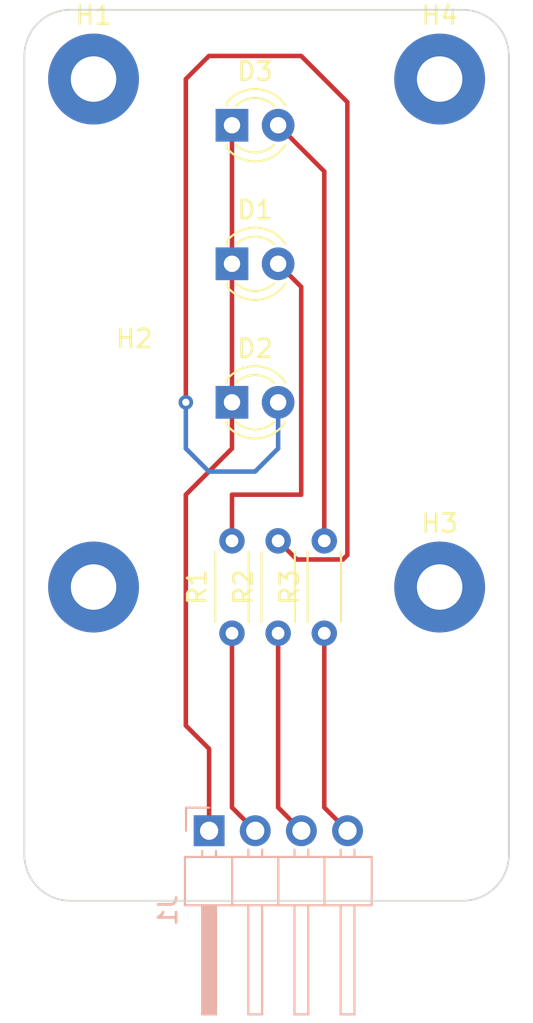
<source format=kicad_pcb>
(kicad_pcb (version 20211014) (generator pcbnew)
  (layers (0 "F.Cu" signal) (31 "B.Cu" signal) (34 "B.Paste" user) (35 "F.Paste" user) (36 "B.SilkS" user "B.Silkscreen") (37 "F.SilkS" user "F.Silkscreen") (38 "B.Mask" user) (39 "F.Mask" user) (44 "Edge.Cuts" user))
  (net 0 "")
  (net 1 "Net-(D1-Pad1)")
  (net 2 "Net-(D1-Pad2)")
  (net 3 "Net-(D2-Pad2)")
  (net 4 "Net-(D3-Pad2)")
  (net 5 "Net-(J1-Pad2)")
  (net 6 "Net-(J1-Pad3)")
  (net 7 "Net-(J1-Pad4)")
  (footprint "MountingHole:MountingHole_2.5mm_Pad" (layer "F.Cu") (at 158.75 83.82)
    (fp_text reference "H3" (at 0 -3.5) (layer "F.SilkS"))
    (fp_text value "MountingHole")
    (pad "1" thru_hole circle locked (at 0 0) (size 5 5) (drill 2.5) (layers *.Cu *.Mask))
  )
  (footprint "Resistor_THT:R_Axial_DIN0204_L3.6mm_D1.6mm_P5.08mm_Horizontal" (layer "F.Cu") (at 152.4 86.36 90)
    (fp_text reference "R3" (at 2.54 -1.92 90) (layer "F.SilkS"))
    (fp_text value "R")
    (fp_line (start 0.62 -0.92) (end 4.46 -0.92) (layer "F.SilkS") (width 0.12))
    (fp_line (start 0.62 0.92) (end 4.46 0.92) (layer "F.SilkS") (width 0.12))
    (pad "1" thru_hole circle locked (at 0 0 90) (size 1.4 1.4) (drill 0.7) (layers *.Cu *.Mask) (net 7 "Net-(J1-Pad4)"))
    (pad "2" thru_hole oval locked (at 5.08 0 90) (size 1.4 1.4) (drill 0.7) (layers *.Cu *.Mask) (net 4 "Net-(D3-Pad2)"))
  )
  (footprint "Resistor_THT:R_Axial_DIN0204_L3.6mm_D1.6mm_P5.08mm_Horizontal" (layer "F.Cu") (at 147.32 86.36 90)
    (fp_text reference "R1" (at 2.54 -1.92 90) (layer "F.SilkS"))
    (fp_text value "R")
    (fp_line (start 0.62 -0.92) (end 4.46 -0.92) (layer "F.SilkS") (width 0.12))
    (fp_line (start 0.62 0.92) (end 4.46 0.92) (layer "F.SilkS") (width 0.12))
    (pad "1" thru_hole circle locked (at 0 0 90) (size 1.4 1.4) (drill 0.7) (layers *.Cu *.Mask) (net 5 "Net-(J1-Pad2)"))
    (pad "2" thru_hole oval locked (at 5.08 0 90) (size 1.4 1.4) (drill 0.7) (layers *.Cu *.Mask) (net 2 "Net-(D1-Pad2)"))
  )
  (footprint "MountingHole:MountingHole_2.5mm_Pad" (layer "F.Cu") (at 139.7 55.88)
    (fp_text reference "H1" (at 0 -3.5) (layer "F.SilkS"))
    (fp_text value "MountingHole")
    (pad "1" thru_hole circle locked (at 0 0) (size 5 5) (drill 2.5) (layers *.Cu *.Mask))
  )
  (footprint "LED_THT:LED_D3.0mm" (layer "F.Cu") (at 147.32 66.04)
    (fp_text reference "D1" (at 1.27 -2.96) (layer "F.SilkS"))
    (fp_text value "LED")
    (fp_line (start -0.29 1.08) (end -0.29 1.236) (layer "F.SilkS") (width 0.12))
    (fp_line (start -0.29 -1.236) (end -0.29 -1.08) (layer "F.SilkS") (width 0.12))
    (fp_arc (start 2.31113 1.079837) (mid 1.270117 1.5) (end 0.229039 1.08) (layer "F.SilkS") (width 0.12))
    (fp_arc (start 2.942335 1.078608) (mid 1.366487 1.987659) (end -0.29 1.235516) (layer "F.SilkS") (width 0.12))
    (fp_arc (start 0.229039 -1.08) (mid 1.270117 -1.5) (end 2.31113 -1.079837) (layer "F.SilkS") (width 0.12))
    (fp_arc (start -0.29 -1.235516) (mid 1.366487 -1.987659) (end 2.942335 -1.078608) (layer "F.SilkS") (width 0.12))
    (pad "1" thru_hole rect locked (at 0 0) (size 1.8 1.8) (drill 0.9) (layers *.Cu *.Mask) (net 1 "Net-(D1-Pad1)"))
    (pad "2" thru_hole circle locked (at 2.54 0) (size 1.8 1.8) (drill 0.9) (layers *.Cu *.Mask) (net 2 "Net-(D1-Pad2)"))
  )
  (footprint "LED_THT:LED_D3.0mm" (layer "F.Cu") (at 147.32 73.66)
    (fp_text reference "D2" (at 1.27 -2.96) (layer "F.SilkS"))
    (fp_text value "LED")
    (fp_line (start -0.29 1.08) (end -0.29 1.236) (layer "F.SilkS") (width 0.12))
    (fp_line (start -0.29 -1.236) (end -0.29 -1.08) (layer "F.SilkS") (width 0.12))
    (fp_arc (start 0.229039 -1.08) (mid 1.270117 -1.5) (end 2.31113 -1.079837) (layer "F.SilkS") (width 0.12))
    (fp_arc (start -0.29 -1.235516) (mid 1.366487 -1.987659) (end 2.942335 -1.078608) (layer "F.SilkS") (width 0.12))
    (fp_arc (start 2.31113 1.079837) (mid 1.270117 1.5) (end 0.229039 1.08) (layer "F.SilkS") (width 0.12))
    (fp_arc (start 2.942335 1.078608) (mid 1.366487 1.987659) (end -0.29 1.235516) (layer "F.SilkS") (width 0.12))
    (pad "1" thru_hole rect locked (at 0 0) (size 1.8 1.8) (drill 0.9) (layers *.Cu *.Mask) (net 1 "Net-(D1-Pad1)"))
    (pad "2" thru_hole circle locked (at 2.54 0) (size 1.8 1.8) (drill 0.9) (layers *.Cu *.Mask) (net 3 "Net-(D2-Pad2)"))
  )
  (footprint "MountingHole:MountingHole_2.5mm_Pad" (layer "F.Cu") (at 139.7 83.82)
    (fp_text reference "H2" (at 2.24 -13.66) (layer "F.SilkS"))
    (fp_text value "MountingHole")
    (pad "1" thru_hole circle locked (at 0 0) (size 5 5) (drill 2.5) (layers *.Cu *.Mask))
  )
  (footprint "MountingHole:MountingHole_2.5mm_Pad" (layer "F.Cu") (at 158.75 55.88)
    (fp_text reference "H4" (at 0 -3.5) (layer "F.SilkS"))
    (fp_text value "MountingHole")
    (pad "1" thru_hole circle locked (at 0 0) (size 5 5) (drill 2.5) (layers *.Cu *.Mask))
  )
  (footprint "LED_THT:LED_D3.0mm" (layer "F.Cu") (at 147.32 58.42)
    (fp_text reference "D3" (at 1.27 -2.96) (layer "F.SilkS"))
    (fp_text value "LED")
    (fp_line (start -0.29 -1.236) (end -0.29 -1.08) (layer "F.SilkS") (width 0.12))
    (fp_line (start -0.29 1.08) (end -0.29 1.236) (layer "F.SilkS") (width 0.12))
    (fp_arc (start 2.942335 1.078608) (mid 1.366487 1.987659) (end -0.29 1.235516) (layer "F.SilkS") (width 0.12))
    (fp_arc (start -0.29 -1.235516) (mid 1.366487 -1.987659) (end 2.942335 -1.078608) (layer "F.SilkS") (width 0.12))
    (fp_arc (start 0.229039 -1.08) (mid 1.270117 -1.5) (end 2.31113 -1.079837) (layer "F.SilkS") (width 0.12))
    (fp_arc (start 2.31113 1.079837) (mid 1.270117 1.5) (end 0.229039 1.08) (layer "F.SilkS") (width 0.12))
    (pad "1" thru_hole rect locked (at 0 0) (size 1.8 1.8) (drill 0.9) (layers *.Cu *.Mask) (net 1 "Net-(D1-Pad1)"))
    (pad "2" thru_hole circle locked (at 2.54 0) (size 1.8 1.8) (drill 0.9) (layers *.Cu *.Mask) (net 4 "Net-(D3-Pad2)"))
  )
  (footprint "Resistor_THT:R_Axial_DIN0204_L3.6mm_D1.6mm_P5.08mm_Horizontal" (layer "F.Cu") (at 149.86 86.36 90)
    (fp_text reference "R2" (at 2.54 -1.92 90) (layer "F.SilkS"))
    (fp_text value "R")
    (fp_line (start 0.62 -0.92) (end 4.46 -0.92) (layer "F.SilkS") (width 0.12))
    (fp_line (start 0.62 0.92) (end 4.46 0.92) (layer "F.SilkS") (width 0.12))
    (pad "1" thru_hole circle locked (at 0 0 90) (size 1.4 1.4) (drill 0.7) (layers *.Cu *.Mask) (net 6 "Net-(J1-Pad3)"))
    (pad "2" thru_hole oval locked (at 5.08 0 90) (size 1.4 1.4) (drill 0.7) (layers *.Cu *.Mask) (net 3 "Net-(D2-Pad2)"))
  )
  (footprint "Connector_PinHeader_2.54mm:PinHeader_1x04_P2.54mm_Horizontal" (layer "B.Cu") (at 146.06 97.225 -90)
    (fp_text reference "J1" (at 4.385 2.27 90) (layer "B.SilkS") (effects (justify mirror)))
    (fp_text value "Conn_01x04")
    (fp_line (start 1.44 1.33) (end 1.44 -8.95) (layer "B.SilkS") (width 0.12))
    (fp_line (start 10.1 -2.92) (end 4.1 -2.92) (layer "B.SilkS") (width 0.12))
    (fp_line (start 4.1 0.2) (end 10.1 0.2) (layer "B.SilkS") (width 0.12))
    (fp_line (start 4.1 0.32) (end 10.1 0.32) (layer "B.SilkS") (width 0.12))
    (fp_line (start 4.1 0.38) (end 10.1 0.38) (layer "B.SilkS") (width 0.12))
    (fp_line (start -1.27 0) (end -1.27 1.27) (layer "B.SilkS") (width 0.12))
    (fp_line (start 4.1 -2.16) (end 10.1 -2.16) (layer "B.SilkS") (width 0.12))
    (fp_line (start 1.042929 -5.46) (end 1.44 -5.46) (layer "B.SilkS") (width 0.12))
    (fp_line (start 4.1 1.33) (end 1.44 1.33) (layer "B.SilkS") (width 0.12))
    (fp_line (start 1.042929 -7.24) (end 1.44 -7.24) (layer "B.SilkS") (width 0.12))
    (fp_line (start 1.042929 -8) (end 1.44 -8) (layer "B.SilkS") (width 0.12))
    (fp_line (start 4.1 -7.24) (end 10.1 -7.24) (layer "B.SilkS") (width 0.12))
    (fp_line (start 1.44 -3.81) (end 4.1 -3.81) (layer "B.SilkS") (width 0.12))
    (fp_line (start 1.11 -0.38) (end 1.44 -0.38) (layer "B.SilkS") (width 0.12))
    (fp_line (start 1.042929 -2.92) (end 1.44 -2.92) (layer "B.SilkS") (width 0.12))
    (fp_line (start -1.27 1.27) (end 0 1.27) (layer "B.SilkS") (width 0.12))
    (fp_line (start 4.1 -0.04) (end 10.1 -0.04) (layer "B.SilkS") (width 0.12))
    (fp_line (start 10.1 -7.24) (end 10.1 -8) (layer "B.SilkS") (width 0.12))
    (fp_line (start 1.042929 -4.7) (end 1.44 -4.7) (layer "B.SilkS") (width 0.12))
    (fp_line (start 4.1 -8.95) (end 4.1 1.33) (layer "B.SilkS") (width 0.12))
    (fp_line (start 4.1 -0.28) (end 10.1 -0.28) (layer "B.SilkS") (width 0.12))
    (fp_line (start 10.1 -4.7) (end 10.1 -5.46) (layer "B.SilkS") (width 0.12))
    (fp_line (start 4.1 0.08) (end 10.1 0.08) (layer "B.SilkS") (width 0.12))
    (fp_line (start 10.1 0.38) (end 10.1 -0.38) (layer "B.SilkS") (width 0.12))
    (fp_line (start 1.44 -1.27) (end 4.1 -1.27) (layer "B.SilkS") (width 0.12))
    (fp_line (start 1.042929 -2.16) (end 1.44 -2.16) (layer "B.SilkS") (width 0.12))
    (fp_line (start 1.44 -8.95) (end 4.1 -8.95) (layer "B.SilkS") (width 0.12))
    (fp_line (start 1.11 0.38) (end 1.44 0.38) (layer "B.SilkS") (width 0.12))
    (fp_line (start 1.44 -6.35) (end 4.1 -6.35) (layer "B.SilkS") (width 0.12))
    (fp_line (start 10.1 -0.38) (end 4.1 -0.38) (layer "B.SilkS") (width 0.12))
    (fp_line (start 10.1 -5.46) (end 4.1 -5.46) (layer "B.SilkS") (width 0.12))
    (fp_line (start 10.1 -8) (end 4.1 -8) (layer "B.SilkS") (width 0.12))
    (fp_line (start 4.1 -0.16) (end 10.1 -0.16) (layer "B.SilkS") (width 0.12))
    (fp_line (start 4.1 -4.7) (end 10.1 -4.7) (layer "B.SilkS") (width 0.12))
    (fp_line (start 10.1 -2.16) (end 10.1 -2.92) (layer "B.SilkS") (width 0.12))
    (pad "1" thru_hole rect locked (at 0 0 270) (size 1.7 1.7) (drill 1) (layers *.Cu *.Mask) (net 1 "Net-(D1-Pad1)"))
    (pad "2" thru_hole oval locked (at 0 -2.54 270) (size 1.7 1.7) (drill 1) (layers *.Cu *.Mask) (net 5 "Net-(J1-Pad2)"))
    (pad "3" thru_hole oval locked (at 0 -5.08 270) (size 1.7 1.7) (drill 1) (layers *.Cu *.Mask) (net 6 "Net-(J1-Pad3)"))
    (pad "4" thru_hole oval locked (at 0 -7.62 270) (size 1.7 1.7) (drill 1) (layers *.Cu *.Mask) (net 7 "Net-(J1-Pad4)"))
  )
  (gr_arc (start 160.02 52.07) (mid 161.816051 52.813949) (end 162.56 54.61) (layer "Edge.Cuts") (width 0.1))
  (gr_arc (start 162.56 98.533949) (mid 161.816051 100.33) (end 160.02 101.073949) (layer "Edge.Cuts") (width 0.1))
  (gr_line (start 162.56 54.61) (end 162.56 98.533949) (layer "Edge.Cuts") (width 0.1))
  (gr_line (start 160.02 101.073949) (end 138.43 101.073949) (layer "Edge.Cuts") (width 0.1))
  (gr_arc (start 135.89 54.61) (mid 136.633949 52.813949) (end 138.43 52.07) (layer "Edge.Cuts") (width 0.1))
  (gr_arc (start 138.43 101.073949) (mid 136.633949 100.33) (end 135.89 98.533949) (layer "Edge.Cuts") (width 0.1))
  (gr_line (start 135.89 98.533949) (end 135.89 54.61) (layer "Edge.Cuts") (width 0.1))
  (gr_line (start 138.43 52.07) (end 160.02 52.07) (layer "Edge.Cuts") (width 0.1))
  (segment (start 144.78 78.74) (end 144.78 91.44) (width 0.25) (layer "F.Cu") (net 1))
  (segment (start 147.32 58.42) (end 147.32 66.04) (width 0.25) (layer "F.Cu") (net 1))
  (segment (start 146.06 92.72) (end 146.06 97.225) (width 0.25) (layer "F.Cu") (net 1))
  (segment (start 147.32 73.66) (end 147.32 76.2) (width 0.25) (layer "F.Cu") (net 1))
  (segment (start 144.78 91.44) (end 146.06 92.72) (width 0.25) (layer "F.Cu") (net 1))
  (segment (start 147.32 76.2) (end 144.78 78.74) (width 0.25) (layer "F.Cu") (net 1))
  (segment (start 147.32 66.04) (end 147.32 73.66) (width 0.25) (layer "F.Cu") (net 1))
  (segment (start 151.13 67.31) (end 149.86 66.04) (width 0.25) (layer "F.Cu") (net 2))
  (segment (start 151.13 78.74) (end 151.13 67.31) (width 0.25) (layer "F.Cu") (net 2))
  (segment (start 147.32 81.28) (end 147.32 78.74) (width 0.25) (layer "F.Cu") (net 2))
  (segment (start 147.32 78.74) (end 151.13 78.74) (width 0.25) (layer "F.Cu") (net 2))
  (segment (start 150.884511 82.304511) (end 153.424511 82.304511) (width 0.25) (layer "F.Cu") (net 3))
  (segment (start 146.05 54.61) (end 144.78 55.88) (width 0.25) (layer "F.Cu") (net 3))
  (segment (start 149.86 81.28) (end 150.884511 82.304511) (width 0.25) (layer "F.Cu") (net 3))
  (segment (start 144.78 55.88) (end 144.78 73.66) (width 0.25) (layer "F.Cu") (net 3))
  (segment (start 151.13 54.61) (end 146.05 54.61) (width 0.25) (layer "F.Cu") (net 3))
  (segment (start 153.67 57.15) (end 151.13 54.61) (width 0.25) (layer "F.Cu") (net 3))
  (segment (start 153.67 82.059022) (end 153.67 57.15) (width 0.25) (layer "F.Cu") (net 3))
  (segment (start 153.424511 82.304511) (end 153.67 82.059022) (width 0.25) (layer "F.Cu") (net 3))
  (via blind (at 144.78 73.66) (size 0.8) (drill 0.4) (layers "F.Cu" "B.Cu") (net 3))
  (segment (start 146.05 77.47) (end 144.78 76.2) (width 0.25) (layer "B.Cu") (net 3))
  (segment (start 148.59 77.47) (end 146.05 77.47) (width 0.25) (layer "B.Cu") (net 3))
  (segment (start 144.78 76.2) (end 144.78 73.66) (width 0.25) (layer "B.Cu") (net 3))
  (segment (start 149.86 76.2) (end 148.59 77.47) (width 0.25) (layer "B.Cu") (net 3))
  (segment (start 149.86 73.66) (end 149.86 76.2) (width 0.25) (layer "B.Cu") (net 3))
  (segment (start 149.86 58.42) (end 152.4 60.96) (width 0.25) (layer "F.Cu") (net 4))
  (segment (start 152.4 60.96) (end 152.4 81.28) (width 0.25) (layer "F.Cu") (net 4))
  (segment (start 147.32 86.36) (end 147.32 95.945) (width 0.25) (layer "F.Cu") (net 5))
  (segment (start 147.32 95.945) (end 148.6 97.225) (width 0.25) (layer "F.Cu") (net 5))
  (segment (start 149.86 95.945) (end 151.14 97.225) (width 0.25) (layer "F.Cu") (net 6))
  (segment (start 149.86 86.36) (end 149.86 95.945) (width 0.25) (layer "F.Cu") (net 6))
  (segment (start 152.4 95.945) (end 153.68 97.225) (width 0.25) (layer "F.Cu") (net 7))
  (segment (start 152.4 86.36) (end 152.4 95.945) (width 0.25) (layer "F.Cu") (net 7))
)
</source>
